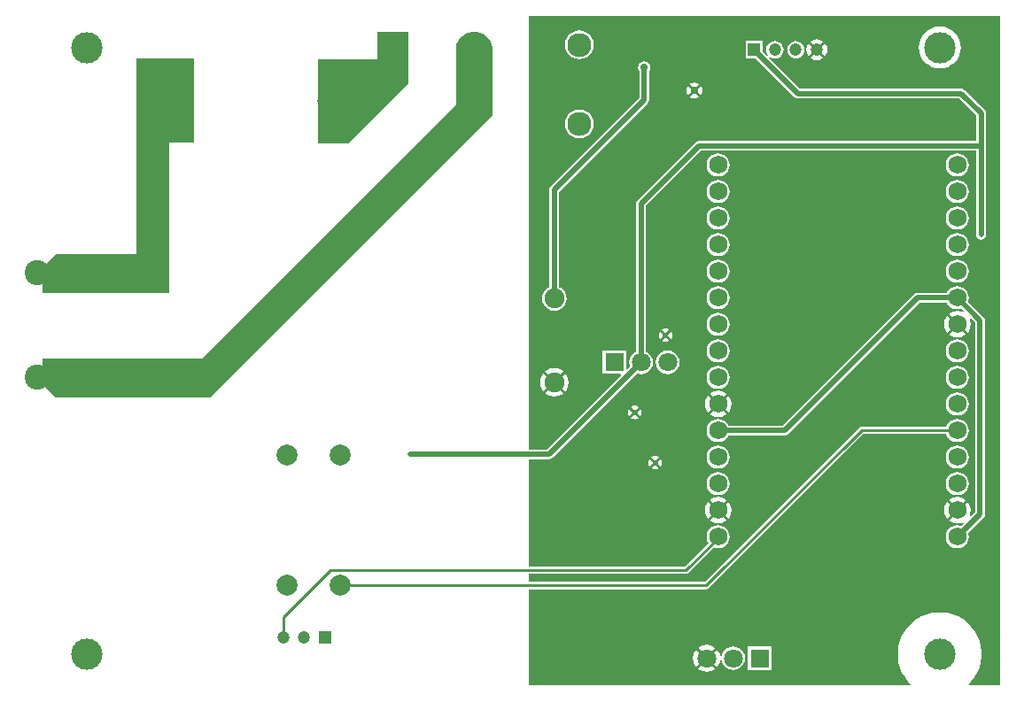
<source format=gbl>
G04*
G04 #@! TF.GenerationSoftware,Altium Limited,Altium Designer,19.1.7 (138)*
G04*
G04 Layer_Physical_Order=4*
G04 Layer_Color=16711680*
%FSLAX44Y44*%
%MOMM*%
G71*
G01*
G75*
%ADD10C,0.2500*%
%ADD12C,0.2540*%
%ADD54C,0.5000*%
%ADD56C,2.4000*%
%ADD57R,1.2000X1.2000*%
%ADD58C,1.2000*%
%ADD59C,3.0000*%
%ADD60C,2.0000*%
%ADD61C,1.8000*%
%ADD62R,1.8000X1.8000*%
%ADD63C,1.7530*%
%ADD64C,2.3000*%
%ADD65C,1.9000*%
%ADD66C,0.5000*%
%ADD67C,0.7000*%
G36*
X437959Y629347D02*
X441053Y628065D01*
X443837Y626205D01*
X446205Y623837D01*
X448065Y621053D01*
X449347Y617959D01*
X450000Y614674D01*
X450000Y613000D01*
X450000Y613000D01*
X450000Y550000D01*
X180000Y280000D01*
X32500Y280000D01*
X20000Y292500D01*
X20000Y317500D01*
X50000Y317500D01*
X172500Y317500D01*
X415000Y560000D01*
X415000Y613000D01*
Y614674D01*
X415653Y617959D01*
X416935Y621053D01*
X418795Y623837D01*
X421163Y626205D01*
X423947Y628065D01*
X427041Y629347D01*
X430326Y630000D01*
X432000D01*
X432000Y630000D01*
X433000Y630000D01*
X434674Y630000D01*
X437959Y629347D01*
D02*
G37*
G36*
X934902Y5098D02*
X905826D01*
X905340Y6271D01*
X907638Y8569D01*
X910830Y12729D01*
X913452Y17270D01*
X915458Y22115D01*
X916815Y27180D01*
X917500Y32378D01*
X917500Y35000D01*
X917500Y37622D01*
X916815Y42820D01*
X915458Y47885D01*
X913452Y52729D01*
X910830Y57270D01*
X907638Y61430D01*
X903930Y65138D01*
X899771Y68330D01*
X895229Y70952D01*
X890385Y72958D01*
X885320Y74316D01*
X880122Y75000D01*
X877500Y75000D01*
X874878D01*
X869680Y74316D01*
X864615Y72958D01*
X859770Y70952D01*
X855229Y68330D01*
X851069Y65138D01*
X847362Y61430D01*
X844170Y57270D01*
X841548Y52729D01*
X839541Y47885D01*
X838184Y42820D01*
X837500Y37622D01*
Y32378D01*
X838184Y27180D01*
X839541Y22115D01*
X841548Y17270D01*
X844170Y12729D01*
X847362Y8569D01*
X849660Y6271D01*
X849174Y5098D01*
X485000D01*
Y96982D01*
X654500D01*
X655846Y97250D01*
X656987Y98013D01*
X804257Y245282D01*
X883889D01*
X884722Y243270D01*
X886480Y240980D01*
X888770Y239222D01*
X891438Y238117D01*
X894300Y237740D01*
X897162Y238117D01*
X899830Y239222D01*
X902120Y240980D01*
X903878Y243270D01*
X904983Y245938D01*
X905360Y248800D01*
X904983Y251662D01*
X903878Y254330D01*
X902120Y256620D01*
X899830Y258378D01*
X897162Y259483D01*
X894300Y259860D01*
X891438Y259483D01*
X888770Y258378D01*
X886480Y256620D01*
X884722Y254330D01*
X883889Y252318D01*
X802800D01*
X801454Y252050D01*
X800313Y251287D01*
X653043Y104018D01*
X485000D01*
Y111482D01*
X635000D01*
X636346Y111750D01*
X637487Y112513D01*
X661886Y136911D01*
X662838Y136517D01*
X665700Y136140D01*
X668562Y136517D01*
X671230Y137622D01*
X673520Y139380D01*
X675278Y141670D01*
X676383Y144338D01*
X676760Y147200D01*
X676383Y150062D01*
X675278Y152730D01*
X673520Y155020D01*
X671230Y156778D01*
X668562Y157883D01*
X665700Y158260D01*
X662838Y157883D01*
X660170Y156778D01*
X657880Y155020D01*
X656122Y152730D01*
X655017Y150062D01*
X654640Y147200D01*
X655017Y144338D01*
X656122Y141670D01*
X656371Y141346D01*
X633543Y118518D01*
X485000D01*
Y221208D01*
X504000D01*
X504000Y221208D01*
X505834Y221573D01*
X507388Y222612D01*
X588220Y303443D01*
X589076Y303088D01*
X592000Y302703D01*
X594924Y303088D01*
X597648Y304217D01*
X599988Y306012D01*
X601783Y308352D01*
X602912Y311076D01*
X603297Y314000D01*
X602912Y316924D01*
X601783Y319648D01*
X599988Y321988D01*
X597648Y323783D01*
X596792Y324138D01*
Y464015D01*
X648985Y516208D01*
X912208D01*
Y471000D01*
Y436000D01*
X912573Y434166D01*
X913612Y432612D01*
X915166Y431573D01*
X917000Y431208D01*
X918834Y431573D01*
X920388Y432612D01*
X921427Y434166D01*
X921792Y436000D01*
Y471000D01*
Y521000D01*
Y552000D01*
X921792Y552000D01*
X921427Y553834D01*
X920388Y555388D01*
X901388Y574389D01*
X899834Y575427D01*
X898000Y575792D01*
X898000Y575792D01*
X743985D01*
X714472Y605305D01*
X715311Y606262D01*
X715865Y605837D01*
X717859Y605011D01*
X720000Y604729D01*
X722141Y605011D01*
X724135Y605837D01*
X725848Y607152D01*
X727163Y608865D01*
X727989Y610859D01*
X728271Y613000D01*
X727989Y615141D01*
X727163Y617135D01*
X725848Y618848D01*
X724135Y620163D01*
X722141Y620989D01*
X720000Y621271D01*
X717859Y620989D01*
X715865Y620163D01*
X714152Y618848D01*
X712837Y617135D01*
X712011Y615141D01*
X711729Y613000D01*
X712011Y610859D01*
X712837Y608865D01*
X713262Y608311D01*
X712306Y607472D01*
X708200Y611577D01*
Y621200D01*
X691800D01*
Y604800D01*
X701423D01*
X738612Y567612D01*
X740166Y566573D01*
X742000Y566208D01*
X742000Y566208D01*
X896015D01*
X912208Y550015D01*
Y525792D01*
X647000D01*
X647000Y525792D01*
X645166Y525427D01*
X643612Y524389D01*
X588611Y469389D01*
X587573Y467834D01*
X587208Y466000D01*
X587208Y466000D01*
Y324138D01*
X586352Y323783D01*
X584012Y321988D01*
X582217Y319648D01*
X581088Y316924D01*
X580703Y314000D01*
X581088Y311076D01*
X581443Y310220D01*
X578973Y307750D01*
X577800Y308236D01*
Y325200D01*
X555400D01*
Y302800D01*
X572364D01*
X572850Y301627D01*
X502015Y230792D01*
X485000D01*
Y644902D01*
X934902D01*
X934902Y5098D01*
D02*
G37*
G36*
X165000Y524000D02*
X141000Y524000D01*
X141000Y380000D01*
X135000Y380000D01*
Y380000D01*
X50000Y380000D01*
X20000Y380000D01*
X20000Y405000D01*
X32500Y417500D01*
X110000Y417500D01*
X110000Y605000D01*
X165000Y605000D01*
X165000Y524000D01*
D02*
G37*
G36*
X370000Y581000D02*
X312000Y523000D01*
X283000D01*
Y604000D01*
X340000D01*
Y630000D01*
X370000D01*
Y581000D01*
D02*
G37*
%LPC*%
G36*
X760000Y623086D02*
X757390Y622743D01*
X754957Y621735D01*
X753884Y620912D01*
X760000Y614796D01*
X766116Y620912D01*
X765043Y621735D01*
X762610Y622743D01*
X760000Y623086D01*
D02*
G37*
G36*
X767912Y619116D02*
X761796Y613000D01*
X767912Y606884D01*
X768735Y607957D01*
X769743Y610390D01*
X770086Y613000D01*
X769743Y615611D01*
X768735Y618043D01*
X767912Y619116D01*
D02*
G37*
G36*
X752088Y619116D02*
X751265Y618043D01*
X750257Y615611D01*
X749914Y613000D01*
X750257Y610390D01*
X751265Y607957D01*
X752088Y606884D01*
X758204Y613000D01*
X752088Y619116D01*
D02*
G37*
G36*
X740000Y621271D02*
X737859Y620989D01*
X735865Y620163D01*
X734152Y618848D01*
X732837Y617135D01*
X732011Y615141D01*
X731729Y613000D01*
X732011Y610859D01*
X732837Y608865D01*
X734152Y607152D01*
X735865Y605837D01*
X737859Y605011D01*
X740000Y604729D01*
X742141Y605011D01*
X744135Y605837D01*
X745848Y607152D01*
X747163Y608865D01*
X747989Y610859D01*
X748271Y613000D01*
X747989Y615141D01*
X747163Y617135D01*
X745848Y618848D01*
X744135Y620163D01*
X742141Y620989D01*
X740000Y621271D01*
D02*
G37*
G36*
X533000Y631418D02*
X529424Y630947D01*
X526091Y629567D01*
X523229Y627371D01*
X521033Y624509D01*
X519653Y621176D01*
X519182Y617600D01*
X519653Y614024D01*
X521033Y610691D01*
X523229Y607829D01*
X526091Y605633D01*
X529424Y604253D01*
X533000Y603782D01*
X536576Y604253D01*
X539909Y605633D01*
X542771Y607829D01*
X544967Y610691D01*
X546347Y614024D01*
X546818Y617600D01*
X546347Y621176D01*
X544967Y624509D01*
X542771Y627371D01*
X539909Y629567D01*
X536576Y630947D01*
X533000Y631418D01*
D02*
G37*
G36*
X760000Y611204D02*
X753884Y605088D01*
X754957Y604265D01*
X757390Y603257D01*
X760000Y602914D01*
X762610Y603257D01*
X765043Y604265D01*
X766116Y605088D01*
X760000Y611204D01*
D02*
G37*
G36*
X877500Y635097D02*
X873579Y634711D01*
X869809Y633567D01*
X866335Y631710D01*
X863289Y629211D01*
X860790Y626165D01*
X858933Y622691D01*
X857789Y618921D01*
X857403Y615000D01*
X857789Y611079D01*
X858933Y607309D01*
X860790Y603835D01*
X863289Y600789D01*
X866335Y598290D01*
X869809Y596433D01*
X873579Y595289D01*
X877500Y594903D01*
X881421Y595289D01*
X885191Y596433D01*
X888665Y598290D01*
X891711Y600789D01*
X894210Y603835D01*
X896067Y607309D01*
X897211Y611079D01*
X897597Y615000D01*
X897211Y618921D01*
X896067Y622691D01*
X894210Y626165D01*
X891711Y629211D01*
X888665Y631710D01*
X885191Y633567D01*
X881421Y634711D01*
X877500Y635097D01*
D02*
G37*
G36*
X643000Y581565D02*
X641042Y581307D01*
X639218Y580551D01*
X638667Y580129D01*
X643000Y575796D01*
X647333Y580129D01*
X646782Y580551D01*
X644958Y581307D01*
X643000Y581565D01*
D02*
G37*
G36*
X649129Y578333D02*
X644796Y574000D01*
X649129Y569667D01*
X649551Y570218D01*
X650307Y572042D01*
X650565Y574000D01*
X650307Y575958D01*
X649551Y577782D01*
X649129Y578333D01*
D02*
G37*
G36*
X636871D02*
X636449Y577782D01*
X635693Y575958D01*
X635435Y574000D01*
X635693Y572042D01*
X636449Y570218D01*
X636871Y569667D01*
X641204Y574000D01*
X636871Y578333D01*
D02*
G37*
G36*
X643000Y572204D02*
X638667Y567871D01*
X639218Y567449D01*
X641042Y566693D01*
X643000Y566435D01*
X644958Y566693D01*
X646782Y567449D01*
X647333Y567871D01*
X643000Y572204D01*
D02*
G37*
G36*
X533000Y555818D02*
X529424Y555347D01*
X526091Y553967D01*
X523229Y551771D01*
X521033Y548909D01*
X519653Y545576D01*
X519182Y542000D01*
X519653Y538424D01*
X521033Y535091D01*
X523229Y532229D01*
X526091Y530033D01*
X529424Y528653D01*
X533000Y528182D01*
X536576Y528653D01*
X539909Y530033D01*
X542771Y532229D01*
X544967Y535091D01*
X546347Y538424D01*
X546818Y542000D01*
X546347Y545576D01*
X544967Y548909D01*
X542771Y551771D01*
X539909Y553967D01*
X536576Y555347D01*
X533000Y555818D01*
D02*
G37*
G36*
X894300Y513860D02*
X891438Y513483D01*
X888770Y512378D01*
X886480Y510620D01*
X884722Y508330D01*
X883617Y505662D01*
X883240Y502800D01*
X883617Y499938D01*
X884722Y497270D01*
X886480Y494980D01*
X888770Y493222D01*
X891438Y492117D01*
X894300Y491740D01*
X897162Y492117D01*
X899830Y493222D01*
X902120Y494980D01*
X903878Y497270D01*
X904983Y499938D01*
X905360Y502800D01*
X904983Y505662D01*
X903878Y508330D01*
X902120Y510620D01*
X899830Y512378D01*
X897162Y513483D01*
X894300Y513860D01*
D02*
G37*
G36*
X665700D02*
X662838Y513483D01*
X660170Y512378D01*
X657880Y510620D01*
X656122Y508330D01*
X655017Y505662D01*
X654640Y502800D01*
X655017Y499938D01*
X656122Y497270D01*
X657880Y494980D01*
X660170Y493222D01*
X662838Y492117D01*
X665700Y491740D01*
X668562Y492117D01*
X671230Y493222D01*
X673520Y494980D01*
X675278Y497270D01*
X676383Y499938D01*
X676760Y502800D01*
X676383Y505662D01*
X675278Y508330D01*
X673520Y510620D01*
X671230Y512378D01*
X668562Y513483D01*
X665700Y513860D01*
D02*
G37*
G36*
X894300Y488460D02*
X891438Y488083D01*
X888770Y486978D01*
X886480Y485220D01*
X884722Y482930D01*
X883617Y480262D01*
X883240Y477400D01*
X883617Y474538D01*
X884722Y471870D01*
X886480Y469580D01*
X888770Y467822D01*
X891438Y466717D01*
X894300Y466340D01*
X897162Y466717D01*
X899830Y467822D01*
X902120Y469580D01*
X903878Y471870D01*
X904983Y474538D01*
X905360Y477400D01*
X904983Y480262D01*
X903878Y482930D01*
X902120Y485220D01*
X899830Y486978D01*
X897162Y488083D01*
X894300Y488460D01*
D02*
G37*
G36*
X665700D02*
X662838Y488083D01*
X660170Y486978D01*
X657880Y485220D01*
X656122Y482930D01*
X655017Y480262D01*
X654640Y477400D01*
X655017Y474538D01*
X656122Y471870D01*
X657880Y469580D01*
X660170Y467822D01*
X662838Y466717D01*
X665700Y466340D01*
X668562Y466717D01*
X671230Y467822D01*
X673520Y469580D01*
X675278Y471870D01*
X676383Y474538D01*
X676760Y477400D01*
X676383Y480262D01*
X675278Y482930D01*
X673520Y485220D01*
X671230Y486978D01*
X668562Y488083D01*
X665700Y488460D01*
D02*
G37*
G36*
X894300Y463060D02*
X891438Y462683D01*
X888770Y461578D01*
X886480Y459820D01*
X884722Y457530D01*
X883617Y454862D01*
X883240Y452000D01*
X883617Y449138D01*
X884722Y446470D01*
X886480Y444180D01*
X888770Y442422D01*
X891438Y441317D01*
X894300Y440940D01*
X897162Y441317D01*
X899830Y442422D01*
X902120Y444180D01*
X903878Y446470D01*
X904983Y449138D01*
X905360Y452000D01*
X904983Y454862D01*
X903878Y457530D01*
X902120Y459820D01*
X899830Y461578D01*
X897162Y462683D01*
X894300Y463060D01*
D02*
G37*
G36*
X665700D02*
X662838Y462683D01*
X660170Y461578D01*
X657880Y459820D01*
X656122Y457530D01*
X655017Y454862D01*
X654640Y452000D01*
X655017Y449138D01*
X656122Y446470D01*
X657880Y444180D01*
X660170Y442422D01*
X662838Y441317D01*
X665700Y440940D01*
X668562Y441317D01*
X671230Y442422D01*
X673520Y444180D01*
X675278Y446470D01*
X676383Y449138D01*
X676760Y452000D01*
X676383Y454862D01*
X675278Y457530D01*
X673520Y459820D01*
X671230Y461578D01*
X668562Y462683D01*
X665700Y463060D01*
D02*
G37*
G36*
X894300Y437660D02*
X891438Y437283D01*
X888770Y436178D01*
X886480Y434420D01*
X884722Y432130D01*
X883617Y429462D01*
X883240Y426600D01*
X883617Y423738D01*
X884722Y421070D01*
X886480Y418780D01*
X888770Y417022D01*
X891438Y415917D01*
X894300Y415540D01*
X897162Y415917D01*
X899830Y417022D01*
X902120Y418780D01*
X903878Y421070D01*
X904983Y423738D01*
X905360Y426600D01*
X904983Y429462D01*
X903878Y432130D01*
X902120Y434420D01*
X899830Y436178D01*
X897162Y437283D01*
X894300Y437660D01*
D02*
G37*
G36*
X665700D02*
X662838Y437283D01*
X660170Y436178D01*
X657880Y434420D01*
X656122Y432130D01*
X655017Y429462D01*
X654640Y426600D01*
X655017Y423738D01*
X656122Y421070D01*
X657880Y418780D01*
X660170Y417022D01*
X662838Y415917D01*
X665700Y415540D01*
X668562Y415917D01*
X671230Y417022D01*
X673520Y418780D01*
X675278Y421070D01*
X676383Y423738D01*
X676760Y426600D01*
X676383Y429462D01*
X675278Y432130D01*
X673520Y434420D01*
X671230Y436178D01*
X668562Y437283D01*
X665700Y437660D01*
D02*
G37*
G36*
X894300Y412260D02*
X891438Y411883D01*
X888770Y410778D01*
X886480Y409020D01*
X884722Y406730D01*
X883617Y404062D01*
X883240Y401200D01*
X883617Y398338D01*
X884722Y395670D01*
X886480Y393380D01*
X888770Y391622D01*
X891438Y390517D01*
X894300Y390140D01*
X897162Y390517D01*
X899830Y391622D01*
X902120Y393380D01*
X903878Y395670D01*
X904983Y398338D01*
X905360Y401200D01*
X904983Y404062D01*
X903878Y406730D01*
X902120Y409020D01*
X899830Y410778D01*
X897162Y411883D01*
X894300Y412260D01*
D02*
G37*
G36*
X665700D02*
X662838Y411883D01*
X660170Y410778D01*
X657880Y409020D01*
X656122Y406730D01*
X655017Y404062D01*
X654640Y401200D01*
X655017Y398338D01*
X656122Y395670D01*
X657880Y393380D01*
X660170Y391622D01*
X662838Y390517D01*
X665700Y390140D01*
X668562Y390517D01*
X671230Y391622D01*
X673520Y393380D01*
X675278Y395670D01*
X676383Y398338D01*
X676760Y401200D01*
X676383Y404062D01*
X675278Y406730D01*
X673520Y409020D01*
X671230Y410778D01*
X668562Y411883D01*
X665700Y412260D01*
D02*
G37*
G36*
X894300Y386860D02*
X891438Y386483D01*
X888770Y385378D01*
X886480Y383620D01*
X884722Y381330D01*
X884417Y380592D01*
X856800D01*
X856800Y380592D01*
X854966Y380227D01*
X853411Y379188D01*
X853411Y379188D01*
X727815Y253592D01*
X675583D01*
X675278Y254330D01*
X673520Y256620D01*
X671230Y258378D01*
X668562Y259483D01*
X665700Y259860D01*
X662838Y259483D01*
X660170Y258378D01*
X657880Y256620D01*
X656122Y254330D01*
X655017Y251662D01*
X654640Y248800D01*
X655017Y245938D01*
X656122Y243270D01*
X657880Y240980D01*
X660170Y239222D01*
X662838Y238117D01*
X665700Y237740D01*
X668562Y238117D01*
X671230Y239222D01*
X673520Y240980D01*
X675278Y243270D01*
X675583Y244008D01*
X729800D01*
X729800Y244008D01*
X731634Y244373D01*
X733188Y245411D01*
X858785Y371008D01*
X884417D01*
X884722Y370270D01*
X886480Y367980D01*
X888770Y366222D01*
X891438Y365117D01*
X894300Y364740D01*
X897162Y365117D01*
X897900Y365423D01*
X900158Y363165D01*
X899439Y362088D01*
X897632Y362836D01*
X894300Y363275D01*
X890968Y362836D01*
X887862Y361550D01*
X886212Y360284D01*
X895198Y351298D01*
X904184Y342312D01*
X905450Y343962D01*
X906736Y347068D01*
X907175Y350400D01*
X906736Y353732D01*
X905988Y355539D01*
X907065Y356258D01*
X911208Y352115D01*
Y170885D01*
X907065Y166742D01*
X905988Y167461D01*
X906736Y169268D01*
X907175Y172600D01*
X906736Y175932D01*
X905450Y179038D01*
X904184Y180688D01*
X895198Y171702D01*
X886212Y162716D01*
X887862Y161450D01*
X890968Y160164D01*
X894300Y159725D01*
X897632Y160164D01*
X899439Y160912D01*
X900158Y159835D01*
X897900Y157577D01*
X897162Y157883D01*
X894300Y158260D01*
X891438Y157883D01*
X888770Y156778D01*
X886480Y155020D01*
X884722Y152730D01*
X883617Y150062D01*
X883240Y147200D01*
X883617Y144338D01*
X884722Y141670D01*
X886480Y139380D01*
X888770Y137622D01*
X891438Y136517D01*
X894300Y136140D01*
X897162Y136517D01*
X899830Y137622D01*
X902120Y139380D01*
X903878Y141670D01*
X904983Y144338D01*
X905360Y147200D01*
X904983Y150062D01*
X904677Y150800D01*
X919388Y165511D01*
X919389Y165511D01*
X920427Y167066D01*
X920792Y168900D01*
Y354100D01*
X920427Y355934D01*
X919389Y357489D01*
X919388Y357489D01*
X904677Y372200D01*
X904983Y372938D01*
X905360Y375800D01*
X904983Y378662D01*
X903878Y381330D01*
X902120Y383620D01*
X899830Y385378D01*
X897162Y386483D01*
X894300Y386860D01*
D02*
G37*
G36*
X665700D02*
X662838Y386483D01*
X660170Y385378D01*
X657880Y383620D01*
X656122Y381330D01*
X655017Y378662D01*
X654640Y375800D01*
X655017Y372938D01*
X656122Y370270D01*
X657880Y367980D01*
X660170Y366222D01*
X662838Y365117D01*
X665700Y364740D01*
X668562Y365117D01*
X671230Y366222D01*
X673520Y367980D01*
X675278Y370270D01*
X676383Y372938D01*
X676760Y375800D01*
X676383Y378662D01*
X675278Y381330D01*
X673520Y383620D01*
X671230Y385378D01*
X668562Y386483D01*
X665700Y386860D01*
D02*
G37*
G36*
X595000Y601812D02*
X592776Y601369D01*
X590891Y600109D01*
X589631Y598224D01*
X589188Y596000D01*
X589631Y593776D01*
X590208Y592912D01*
Y566985D01*
X505611Y482388D01*
X504573Y480834D01*
X504208Y479000D01*
X504208Y479000D01*
Y385679D01*
X503100Y385220D01*
X500656Y383344D01*
X498780Y380900D01*
X497601Y378054D01*
X497199Y375000D01*
X497601Y371946D01*
X498780Y369100D01*
X500656Y366656D01*
X503100Y364780D01*
X505946Y363601D01*
X509000Y363199D01*
X512054Y363601D01*
X514901Y364780D01*
X517345Y366656D01*
X519220Y369100D01*
X520399Y371946D01*
X520801Y375000D01*
X520399Y378054D01*
X519220Y380900D01*
X517345Y383344D01*
X514901Y385220D01*
X513792Y385679D01*
Y477015D01*
X598388Y561611D01*
X598388Y561612D01*
X599427Y563166D01*
X599792Y565000D01*
Y592912D01*
X600369Y593776D01*
X600812Y596000D01*
X600369Y598224D01*
X599109Y600109D01*
X597224Y601369D01*
X595000Y601812D01*
D02*
G37*
G36*
X884416Y358488D02*
X883150Y356838D01*
X881864Y353732D01*
X881425Y350400D01*
X881864Y347068D01*
X883150Y343962D01*
X884416Y342312D01*
X892504Y350400D01*
X884416Y358488D01*
D02*
G37*
G36*
X615500Y346556D02*
X613803Y346333D01*
X612222Y345678D01*
X611880Y345416D01*
X615500Y341796D01*
X619120Y345416D01*
X618778Y345678D01*
X617197Y346333D01*
X615500Y346556D01*
D02*
G37*
G36*
X665700Y361460D02*
X662838Y361083D01*
X660170Y359978D01*
X657880Y358220D01*
X656122Y355930D01*
X655017Y353262D01*
X654640Y350400D01*
X655017Y347538D01*
X656122Y344870D01*
X657880Y342580D01*
X660170Y340822D01*
X662838Y339717D01*
X665700Y339340D01*
X668562Y339717D01*
X671230Y340822D01*
X673520Y342580D01*
X675278Y344870D01*
X676383Y347538D01*
X676760Y350400D01*
X676383Y353262D01*
X675278Y355930D01*
X673520Y358220D01*
X671230Y359978D01*
X668562Y361083D01*
X665700Y361460D01*
D02*
G37*
G36*
X894300Y348604D02*
X886212Y340516D01*
X887862Y339250D01*
X890968Y337964D01*
X894300Y337525D01*
X897632Y337964D01*
X900738Y339250D01*
X902388Y340516D01*
X894300Y348604D01*
D02*
G37*
G36*
X620916Y343620D02*
X617296Y340000D01*
X620916Y336380D01*
X621178Y336722D01*
X621833Y338303D01*
X622056Y340000D01*
X621833Y341697D01*
X621178Y343278D01*
X620916Y343620D01*
D02*
G37*
G36*
X610084D02*
X609822Y343278D01*
X609167Y341697D01*
X608944Y340000D01*
X609167Y338303D01*
X609822Y336722D01*
X610084Y336380D01*
X613704Y340000D01*
X610084Y343620D01*
D02*
G37*
G36*
X615500Y338204D02*
X611880Y334584D01*
X612222Y334322D01*
X613803Y333667D01*
X615500Y333444D01*
X617197Y333667D01*
X618778Y334322D01*
X619120Y334584D01*
X615500Y338204D01*
D02*
G37*
G36*
X894300Y336060D02*
X891438Y335683D01*
X888770Y334578D01*
X886480Y332820D01*
X884722Y330530D01*
X883617Y327862D01*
X883240Y325000D01*
X883617Y322138D01*
X884722Y319470D01*
X886480Y317180D01*
X888770Y315422D01*
X891438Y314317D01*
X894300Y313940D01*
X897162Y314317D01*
X899830Y315422D01*
X902120Y317180D01*
X903878Y319470D01*
X904983Y322138D01*
X905360Y325000D01*
X904983Y327862D01*
X903878Y330530D01*
X902120Y332820D01*
X899830Y334578D01*
X897162Y335683D01*
X894300Y336060D01*
D02*
G37*
G36*
X665700D02*
X662838Y335683D01*
X660170Y334578D01*
X657880Y332820D01*
X656122Y330530D01*
X655017Y327862D01*
X654640Y325000D01*
X655017Y322138D01*
X656122Y319470D01*
X657880Y317180D01*
X660170Y315422D01*
X662838Y314317D01*
X665700Y313940D01*
X668562Y314317D01*
X671230Y315422D01*
X673520Y317180D01*
X675278Y319470D01*
X676383Y322138D01*
X676760Y325000D01*
X676383Y327862D01*
X675278Y330530D01*
X673520Y332820D01*
X671230Y334578D01*
X668562Y335683D01*
X665700Y336060D01*
D02*
G37*
G36*
X617400Y325297D02*
X614476Y324912D01*
X611752Y323783D01*
X609412Y321988D01*
X607617Y319648D01*
X606488Y316924D01*
X606103Y314000D01*
X606488Y311076D01*
X607617Y308352D01*
X609412Y306012D01*
X611752Y304217D01*
X614476Y303088D01*
X617400Y302703D01*
X620324Y303088D01*
X623048Y304217D01*
X625388Y306012D01*
X627183Y308352D01*
X628312Y311076D01*
X628697Y314000D01*
X628312Y316924D01*
X627183Y319648D01*
X625388Y321988D01*
X623048Y323783D01*
X620324Y324912D01*
X617400Y325297D01*
D02*
G37*
G36*
X509000Y308617D02*
X505476Y308153D01*
X502192Y306792D01*
X500388Y305408D01*
X509000Y296796D01*
X517612Y305408D01*
X515808Y306792D01*
X512524Y308153D01*
X509000Y308617D01*
D02*
G37*
G36*
X894300Y310660D02*
X891438Y310283D01*
X888770Y309178D01*
X886480Y307420D01*
X884722Y305130D01*
X883617Y302462D01*
X883240Y299600D01*
X883617Y296738D01*
X884722Y294070D01*
X886480Y291780D01*
X888770Y290022D01*
X891438Y288917D01*
X894300Y288540D01*
X897162Y288917D01*
X899830Y290022D01*
X902120Y291780D01*
X903878Y294070D01*
X904983Y296738D01*
X905360Y299600D01*
X904983Y302462D01*
X903878Y305130D01*
X902120Y307420D01*
X899830Y309178D01*
X897162Y310283D01*
X894300Y310660D01*
D02*
G37*
G36*
X665700D02*
X662838Y310283D01*
X660170Y309178D01*
X657880Y307420D01*
X656122Y305130D01*
X655017Y302462D01*
X654640Y299600D01*
X655017Y296738D01*
X656122Y294070D01*
X657880Y291780D01*
X660170Y290022D01*
X662838Y288917D01*
X665700Y288540D01*
X668562Y288917D01*
X671230Y290022D01*
X673520Y291780D01*
X675278Y294070D01*
X676383Y296738D01*
X676760Y299600D01*
X676383Y302462D01*
X675278Y305130D01*
X673520Y307420D01*
X671230Y309178D01*
X668562Y310283D01*
X665700Y310660D01*
D02*
G37*
G36*
X498592Y303612D02*
X497208Y301808D01*
X495848Y298524D01*
X495383Y295000D01*
X495848Y291476D01*
X497208Y288192D01*
X498592Y286388D01*
X507204Y295000D01*
X498592Y303612D01*
D02*
G37*
G36*
X519408Y303612D02*
X510796Y295000D01*
X519408Y286388D01*
X520792Y288192D01*
X522152Y291476D01*
X522617Y295000D01*
X522152Y298524D01*
X520792Y301808D01*
X519408Y303612D01*
D02*
G37*
G36*
X509000Y293204D02*
X500388Y284592D01*
X502192Y283208D01*
X505476Y281847D01*
X509000Y281383D01*
X512524Y281847D01*
X515808Y283208D01*
X517612Y284592D01*
X509000Y293204D01*
D02*
G37*
G36*
X665700Y287075D02*
X662368Y286636D01*
X659262Y285350D01*
X657612Y284084D01*
X665700Y275996D01*
X673788Y284084D01*
X672138Y285350D01*
X669032Y286636D01*
X665700Y287075D01*
D02*
G37*
G36*
X586000Y272556D02*
X584303Y272333D01*
X582722Y271678D01*
X582380Y271416D01*
X586000Y267796D01*
X589620Y271416D01*
X589278Y271678D01*
X587697Y272333D01*
X586000Y272556D01*
D02*
G37*
G36*
X675584Y282288D02*
X667496Y274200D01*
X675584Y266112D01*
X676850Y267762D01*
X678136Y270868D01*
X678575Y274200D01*
X678136Y277532D01*
X676850Y280638D01*
X675584Y282288D01*
D02*
G37*
G36*
X655816Y282288D02*
X654550Y280638D01*
X653264Y277532D01*
X652825Y274200D01*
X653264Y270868D01*
X654550Y267762D01*
X655816Y266112D01*
X663904Y274200D01*
X655816Y282288D01*
D02*
G37*
G36*
X894300Y285260D02*
X891438Y284883D01*
X888770Y283778D01*
X886480Y282020D01*
X884722Y279730D01*
X883617Y277062D01*
X883240Y274200D01*
X883617Y271338D01*
X884722Y268670D01*
X886480Y266380D01*
X888770Y264622D01*
X891438Y263517D01*
X894300Y263140D01*
X897162Y263517D01*
X899830Y264622D01*
X902120Y266380D01*
X903878Y268670D01*
X904983Y271338D01*
X905360Y274200D01*
X904983Y277062D01*
X903878Y279730D01*
X902120Y282020D01*
X899830Y283778D01*
X897162Y284883D01*
X894300Y285260D01*
D02*
G37*
G36*
X591416Y269620D02*
X587796Y266000D01*
X591416Y262380D01*
X591678Y262722D01*
X592333Y264303D01*
X592556Y266000D01*
X592333Y267697D01*
X591678Y269278D01*
X591416Y269620D01*
D02*
G37*
G36*
X580584D02*
X580322Y269278D01*
X579667Y267697D01*
X579444Y266000D01*
X579667Y264303D01*
X580322Y262722D01*
X580584Y262380D01*
X584204Y266000D01*
X580584Y269620D01*
D02*
G37*
G36*
X665700Y272404D02*
X657612Y264316D01*
X659262Y263050D01*
X662368Y261764D01*
X665700Y261325D01*
X669032Y261764D01*
X672138Y263050D01*
X673788Y264316D01*
X665700Y272404D01*
D02*
G37*
G36*
X586000Y264204D02*
X582380Y260584D01*
X582722Y260322D01*
X584303Y259667D01*
X586000Y259444D01*
X587697Y259667D01*
X589278Y260322D01*
X589620Y260584D01*
X586000Y264204D01*
D02*
G37*
G36*
X605500Y224556D02*
X603803Y224333D01*
X602222Y223678D01*
X601880Y223416D01*
X605500Y219796D01*
X609120Y223416D01*
X608778Y223678D01*
X607197Y224333D01*
X605500Y224556D01*
D02*
G37*
G36*
X610916Y221620D02*
X607296Y218000D01*
X610916Y214380D01*
X611178Y214722D01*
X611833Y216303D01*
X612056Y218000D01*
X611833Y219697D01*
X611178Y221278D01*
X610916Y221620D01*
D02*
G37*
G36*
X600084D02*
X599822Y221278D01*
X599167Y219697D01*
X598944Y218000D01*
X599167Y216303D01*
X599822Y214722D01*
X600084Y214380D01*
X603704Y218000D01*
X600084Y221620D01*
D02*
G37*
G36*
X894300Y234460D02*
X891438Y234083D01*
X888770Y232978D01*
X886480Y231220D01*
X884722Y228930D01*
X883617Y226262D01*
X883240Y223400D01*
X883617Y220538D01*
X884722Y217870D01*
X886480Y215580D01*
X888770Y213822D01*
X891438Y212717D01*
X894300Y212340D01*
X897162Y212717D01*
X899830Y213822D01*
X902120Y215580D01*
X903878Y217870D01*
X904983Y220538D01*
X905360Y223400D01*
X904983Y226262D01*
X903878Y228930D01*
X902120Y231220D01*
X899830Y232978D01*
X897162Y234083D01*
X894300Y234460D01*
D02*
G37*
G36*
X665700D02*
X662838Y234083D01*
X660170Y232978D01*
X657880Y231220D01*
X656122Y228930D01*
X655017Y226262D01*
X654640Y223400D01*
X655017Y220538D01*
X656122Y217870D01*
X657880Y215580D01*
X660170Y213822D01*
X662838Y212717D01*
X665700Y212340D01*
X668562Y212717D01*
X671230Y213822D01*
X673520Y215580D01*
X675278Y217870D01*
X676383Y220538D01*
X676760Y223400D01*
X676383Y226262D01*
X675278Y228930D01*
X673520Y231220D01*
X671230Y232978D01*
X668562Y234083D01*
X665700Y234460D01*
D02*
G37*
G36*
X605500Y216204D02*
X601880Y212584D01*
X602222Y212322D01*
X603803Y211667D01*
X605500Y211444D01*
X607197Y211667D01*
X608778Y212322D01*
X609120Y212584D01*
X605500Y216204D01*
D02*
G37*
G36*
X894300Y209060D02*
X891438Y208683D01*
X888770Y207578D01*
X886480Y205820D01*
X884722Y203530D01*
X883617Y200862D01*
X883240Y198000D01*
X883617Y195138D01*
X884722Y192470D01*
X886480Y190180D01*
X888770Y188422D01*
X891438Y187317D01*
X894300Y186940D01*
X897162Y187317D01*
X899830Y188422D01*
X902120Y190180D01*
X903878Y192470D01*
X904983Y195138D01*
X905360Y198000D01*
X904983Y200862D01*
X903878Y203530D01*
X902120Y205820D01*
X899830Y207578D01*
X897162Y208683D01*
X894300Y209060D01*
D02*
G37*
G36*
X665700D02*
X662838Y208683D01*
X660170Y207578D01*
X657880Y205820D01*
X656122Y203530D01*
X655017Y200862D01*
X654640Y198000D01*
X655017Y195138D01*
X656122Y192470D01*
X657880Y190180D01*
X660170Y188422D01*
X662838Y187317D01*
X665700Y186940D01*
X668562Y187317D01*
X671230Y188422D01*
X673520Y190180D01*
X675278Y192470D01*
X676383Y195138D01*
X676760Y198000D01*
X676383Y200862D01*
X675278Y203530D01*
X673520Y205820D01*
X671230Y207578D01*
X668562Y208683D01*
X665700Y209060D01*
D02*
G37*
G36*
Y185475D02*
X662368Y185036D01*
X659262Y183750D01*
X657612Y182484D01*
X665700Y174396D01*
X673788Y182484D01*
X672138Y183750D01*
X669032Y185036D01*
X665700Y185475D01*
D02*
G37*
G36*
X894300D02*
X890968Y185036D01*
X887862Y183750D01*
X886212Y182484D01*
X894300Y174396D01*
X902388Y182484D01*
X900738Y183750D01*
X897632Y185036D01*
X894300Y185475D01*
D02*
G37*
G36*
X675584Y180688D02*
X667496Y172600D01*
X675584Y164512D01*
X676850Y166162D01*
X678136Y169268D01*
X678575Y172600D01*
X678136Y175932D01*
X676850Y179038D01*
X675584Y180688D01*
D02*
G37*
G36*
X884416Y180688D02*
X883150Y179038D01*
X881864Y175932D01*
X881425Y172600D01*
X881864Y169268D01*
X883150Y166162D01*
X884416Y164512D01*
X892504Y172600D01*
X884416Y180688D01*
D02*
G37*
G36*
X655816D02*
X654550Y179038D01*
X653264Y175932D01*
X652825Y172600D01*
X653264Y169268D01*
X654550Y166162D01*
X655816Y164512D01*
X663904Y172600D01*
X655816Y180688D01*
D02*
G37*
G36*
X665700Y170804D02*
X657612Y162716D01*
X659262Y161450D01*
X662368Y160164D01*
X665700Y159725D01*
X669032Y160164D01*
X672138Y161450D01*
X673788Y162716D01*
X665700Y170804D01*
D02*
G37*
G36*
X654600Y44112D02*
X651206Y43665D01*
X648044Y42355D01*
X646345Y41052D01*
X654600Y32796D01*
X662856Y41051D01*
X661156Y42355D01*
X657994Y43665D01*
X654600Y44112D01*
D02*
G37*
G36*
X680000Y42297D02*
X677076Y41912D01*
X674352Y40783D01*
X672012Y38988D01*
X670217Y36648D01*
X669088Y33924D01*
X668848Y32100D01*
X667567D01*
X667265Y34394D01*
X665956Y37556D01*
X664651Y39255D01*
X656396Y31000D01*
X664651Y22745D01*
X665956Y24444D01*
X667265Y27606D01*
X667567Y29900D01*
X668848D01*
X669088Y28076D01*
X670217Y25352D01*
X672012Y23012D01*
X674352Y21217D01*
X677076Y20088D01*
X680000Y19703D01*
X682924Y20088D01*
X685648Y21217D01*
X687988Y23012D01*
X689783Y25352D01*
X690912Y28076D01*
X691297Y31000D01*
X690912Y33924D01*
X689783Y36648D01*
X687988Y38988D01*
X685648Y40783D01*
X682924Y41912D01*
X680000Y42297D01*
D02*
G37*
G36*
X644549Y39255D02*
X643245Y37556D01*
X641935Y34394D01*
X641488Y31000D01*
X641935Y27606D01*
X643245Y24444D01*
X644549Y22745D01*
X652804Y31000D01*
X644549Y39255D01*
D02*
G37*
G36*
X716600Y42200D02*
X694200D01*
Y19800D01*
X716600D01*
Y42200D01*
D02*
G37*
G36*
X654600Y29204D02*
X646345Y20949D01*
X648044Y19645D01*
X651206Y18335D01*
X654600Y17888D01*
X657994Y18335D01*
X661156Y19645D01*
X662856Y20949D01*
X654600Y29204D01*
D02*
G37*
%LPD*%
G54D10*
X295000Y115000D02*
X635000D01*
X250000Y70000D02*
X295000Y115000D01*
X250000Y51000D02*
Y70000D01*
X802800Y248800D02*
X894300D01*
X654500Y100500D02*
X802800Y248800D01*
X304000Y100500D02*
X654500D01*
X665700Y145700D02*
Y147200D01*
X635000Y115000D02*
X665700Y145700D01*
G54D12*
X740000Y613000D02*
X740000D01*
G54D54*
X856800Y375800D02*
X894300D01*
X729800Y248800D02*
X856800Y375800D01*
X665700Y248800D02*
X729800D01*
X504000Y226000D02*
X592000Y314000D01*
X371000Y226000D02*
X504000D01*
X647000Y521000D02*
X917000D01*
X592000Y466000D02*
X647000Y521000D01*
X592000Y314000D02*
Y466000D01*
X894300Y375800D02*
X916000Y354100D01*
Y168900D02*
Y354100D01*
X894300Y147200D02*
X916000Y168900D01*
X917000Y521000D02*
Y552000D01*
Y471000D02*
Y521000D01*
X742000Y571000D02*
X898000D01*
X700000Y613000D02*
X742000Y571000D01*
X892800Y147200D02*
X894300D01*
X898000Y571000D02*
X917000Y552000D01*
Y436000D02*
Y471000D01*
X595000Y565000D02*
Y596000D01*
X509000Y479000D02*
X595000Y565000D01*
X509000Y375000D02*
Y479000D01*
G54D56*
X298000Y589000D02*
D03*
Y538200D02*
D03*
X149000Y589400D02*
D03*
Y538600D02*
D03*
X14600Y300000D02*
D03*
X65400D02*
D03*
X14600Y400000D02*
D03*
X65400D02*
D03*
G54D57*
X290000Y51000D02*
D03*
X700000Y613000D02*
D03*
G54D58*
X270000Y51000D02*
D03*
X250000D02*
D03*
X740000Y613000D02*
D03*
X720000D02*
D03*
X760000D02*
D03*
G54D59*
X298000Y564000D02*
D03*
X149000D02*
D03*
X40000Y300000D02*
D03*
Y400000D02*
D03*
X877500Y615000D02*
D03*
Y35000D02*
D03*
X62500D02*
D03*
Y615000D02*
D03*
G54D60*
X304000Y100500D02*
D03*
Y225500D02*
D03*
X254000Y100500D02*
D03*
Y225500D02*
D03*
G54D61*
X592000Y314000D02*
D03*
X617400D02*
D03*
X680000Y31000D02*
D03*
X654600D02*
D03*
G54D62*
X566600Y314000D02*
D03*
X705400Y31000D02*
D03*
G54D63*
X894300Y325000D02*
D03*
Y350400D02*
D03*
Y375800D02*
D03*
Y401200D02*
D03*
Y426600D02*
D03*
Y452000D02*
D03*
Y477400D02*
D03*
Y502800D02*
D03*
Y299600D02*
D03*
Y274200D02*
D03*
Y248800D02*
D03*
Y223400D02*
D03*
Y198000D02*
D03*
Y172600D02*
D03*
Y147200D02*
D03*
X665700D02*
D03*
Y172600D02*
D03*
Y198000D02*
D03*
Y223400D02*
D03*
Y248800D02*
D03*
Y274200D02*
D03*
Y299600D02*
D03*
Y502800D02*
D03*
Y477400D02*
D03*
Y452000D02*
D03*
Y426600D02*
D03*
Y401200D02*
D03*
Y375800D02*
D03*
Y350400D02*
D03*
Y325000D02*
D03*
G54D64*
X356600Y617600D02*
D03*
X533000Y542000D02*
D03*
Y617600D02*
D03*
X432200D02*
D03*
G54D65*
X124000Y402500D02*
D03*
Y295000D02*
D03*
X509000D02*
D03*
Y375000D02*
D03*
G54D66*
X371000Y226000D02*
D03*
X605500Y218000D02*
D03*
X586000Y266000D02*
D03*
X615500Y340000D02*
D03*
X917000Y436000D02*
D03*
Y471000D02*
D03*
G54D67*
X595000Y596000D02*
D03*
X643000Y574000D02*
D03*
M02*

</source>
